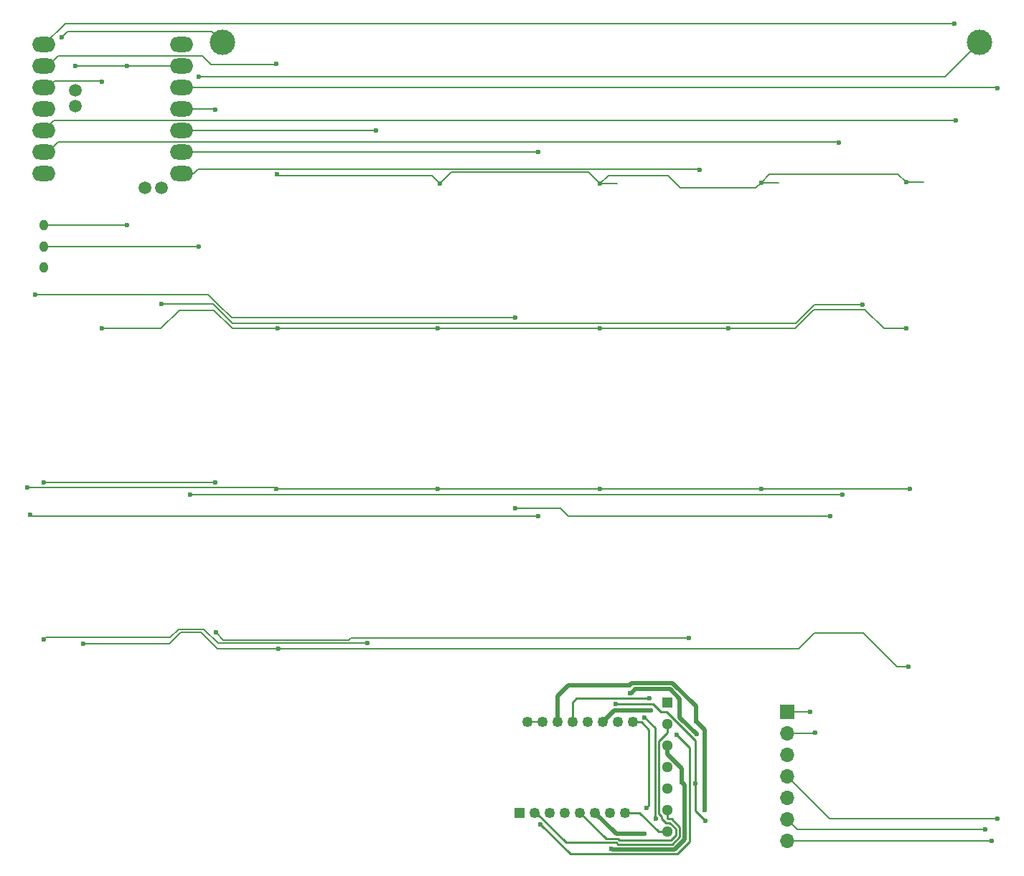
<source format=gbr>
%TF.GenerationSoftware,KiCad,Pcbnew,8.0.7*%
%TF.CreationDate,2025-02-28T21:37:25+09:00*%
%TF.ProjectId,cool642tb_R_with_tb,636f6f6c-3634-4327-9462-5f525f776974,rev?*%
%TF.SameCoordinates,Original*%
%TF.FileFunction,Copper,L1,Top*%
%TF.FilePolarity,Positive*%
%FSLAX46Y46*%
G04 Gerber Fmt 4.6, Leading zero omitted, Abs format (unit mm)*
G04 Created by KiCad (PCBNEW 8.0.7) date 2025-02-28 21:37:25*
%MOMM*%
%LPD*%
G01*
G04 APERTURE LIST*
G04 Aperture macros list*
%AMRoundRect*
0 Rectangle with rounded corners*
0 $1 Rounding radius*
0 $2 $3 $4 $5 $6 $7 $8 $9 X,Y pos of 4 corners*
0 Add a 4 corners polygon primitive as box body*
4,1,4,$2,$3,$4,$5,$6,$7,$8,$9,$2,$3,0*
0 Add four circle primitives for the rounded corners*
1,1,$1+$1,$2,$3*
1,1,$1+$1,$4,$5*
1,1,$1+$1,$6,$7*
1,1,$1+$1,$8,$9*
0 Add four rect primitives between the rounded corners*
20,1,$1+$1,$2,$3,$4,$5,0*
20,1,$1+$1,$4,$5,$6,$7,0*
20,1,$1+$1,$6,$7,$8,$9,0*
20,1,$1+$1,$8,$9,$2,$3,0*%
G04 Aperture macros list end*
%TA.AperFunction,ComponentPad*%
%ADD10O,1.000000X1.300000*%
%TD*%
%TA.AperFunction,ComponentPad*%
%ADD11O,2.750000X1.800000*%
%TD*%
%TA.AperFunction,ComponentPad*%
%ADD12C,1.500000*%
%TD*%
%TA.AperFunction,ComponentPad*%
%ADD13R,1.700000X1.700000*%
%TD*%
%TA.AperFunction,ComponentPad*%
%ADD14O,1.700000X1.700000*%
%TD*%
%TA.AperFunction,ComponentPad*%
%ADD15C,3.000000*%
%TD*%
%TA.AperFunction,ComponentPad*%
%ADD16RoundRect,0.187500X-0.437500X-0.437500X0.437500X-0.437500X0.437500X0.437500X-0.437500X0.437500X0*%
%TD*%
%TA.AperFunction,ComponentPad*%
%ADD17O,1.250000X1.250000*%
%TD*%
%TA.AperFunction,ComponentPad*%
%ADD18R,1.300000X1.300000*%
%TD*%
%TA.AperFunction,ComponentPad*%
%ADD19O,1.300000X1.300000*%
%TD*%
%TA.AperFunction,ViaPad*%
%ADD20C,0.600000*%
%TD*%
%TA.AperFunction,Conductor*%
%ADD21C,0.250000*%
%TD*%
%TA.AperFunction,Conductor*%
%ADD22C,0.200000*%
%TD*%
%TA.AperFunction,Conductor*%
%ADD23C,0.500000*%
%TD*%
G04 APERTURE END LIST*
D10*
%TO.P,SW21,1,A*%
%TO.N,unconnected-(SW21-A-Pad1)*%
X-27100000Y-1890000D03*
%TO.P,SW21,2,B*%
%TO.N,Net-(BT1--)*%
X-27100000Y610000D03*
%TO.P,SW21,3,C*%
%TO.N,GND*%
X-27100000Y3110000D03*
%TD*%
D11*
%TO.P,U1,1,P0.02_A0_D0*%
%TO.N,MOTION*%
X-27110000Y24450000D03*
%TO.P,U1,2,P0.03_A1_D1*%
%TO.N,Row0*%
X-27110000Y21910000D03*
%TO.P,U1,3,P0.28_A2_D2*%
%TO.N,Row1*%
X-27110000Y19370000D03*
%TO.P,U1,4,P0.29_A3_D3*%
%TO.N,Row2*%
X-27110000Y16830000D03*
%TO.P,U1,5,P0.04_A4_D4_SDA*%
%TO.N,SDIO*%
X-27110000Y14290000D03*
%TO.P,U1,6,P0.05_A5_D5_SCL*%
%TO.N,SCLK*%
X-27110000Y11750000D03*
%TO.P,U1,7,P1.11_D6_TX*%
%TO.N,Row3*%
X-27110000Y9210000D03*
%TO.P,U1,8,P1.12_D7_RX*%
%TO.N,Col3*%
X-10870000Y9210000D03*
%TO.P,U1,9,P1.13_D8_SCK*%
%TO.N,Col2*%
X-10870000Y11750000D03*
%TO.P,U1,10,P1.14_D9_MISO*%
%TO.N,Col1*%
X-10870000Y14290000D03*
%TO.P,U1,11,P1.15_D10_MOSI*%
%TO.N,Col0*%
X-10870000Y16830000D03*
%TO.P,U1,12,3V3*%
%TO.N,3.3V*%
X-10870000Y19370000D03*
%TO.P,U1,13,GND*%
%TO.N,GND*%
X-10870000Y21910000D03*
%TO.P,U1,14,5V*%
%TO.N,VCC*%
X-10870000Y24450000D03*
D12*
%TO.P,U1,15,NFC1_0.09*%
%TO.N,CS*%
X-15154600Y7518000D03*
%TO.P,U1,16,NFC2_0.10*%
%TO.N,Col4*%
X-13275000Y7518000D03*
%TO.P,U1,20,BATT+*%
%TO.N,Bat*%
X-23435000Y17147000D03*
%TO.P,U1,21,BATT-*%
%TO.N,GND*%
X-23435000Y19052000D03*
%TD*%
D13*
%TO.P,J1,1,SCLK*%
%TO.N,SCLK*%
X60590000Y-54350000D03*
D14*
%TO.P,J1,2,nCS*%
%TO.N,CS*%
X60590000Y-56890000D03*
%TO.P,J1,3,GND*%
%TO.N,GND*%
X60590000Y-59430000D03*
%TO.P,J1,4,Vin*%
%TO.N,3.3V*%
X60590000Y-61970000D03*
%TO.P,J1,5,nc*%
%TO.N,unconnected-(J1-nc-Pad5)*%
X60590000Y-64510000D03*
%TO.P,J1,6,SDIO*%
%TO.N,SDIO*%
X60590000Y-67050000D03*
%TO.P,J1,7,MOTION*%
%TO.N,MOTION*%
X60590000Y-69590000D03*
%TD*%
D15*
%TO.P,BT1,1,+*%
%TO.N,Bat*%
X-6020000Y24670000D03*
%TO.P,BT1,2,-*%
%TO.N,Net-(BT1--)*%
X83250000Y24710000D03*
%TD*%
D16*
%TO.P,U2,1,+VCSEL*%
%TO.N,N/C*%
X29022893Y-66274893D03*
D17*
%TO.P,U2,2,SDIO*%
%TO.N,SDIO*%
X30802893Y-66274893D03*
%TO.P,U2,3,SCLK*%
%TO.N,SCLK*%
X32582893Y-66274893D03*
%TO.P,U2,4,NC*%
%TO.N,N/C*%
X34362893Y-66274893D03*
%TO.P,U2,5,NCS*%
%TO.N,NCS*%
X36142893Y-66274893D03*
%TO.P,U2,6,VDDIO*%
%TO.N,VCC*%
X37922893Y-66274893D03*
%TO.P,U2,7,NRESET*%
%TO.N,N/C*%
X39702893Y-66274893D03*
%TO.P,U2,8,MOTION*%
%TO.N,MOTION*%
X41482893Y-66274893D03*
%TO.P,U2,9,VCP*%
%TO.N,N/C*%
X42372893Y-55574893D03*
%TO.P,U2,10,PASS_T*%
X40592893Y-55574893D03*
%TO.P,U2,11,GND*%
%TO.N,GND*%
X38812893Y-55574893D03*
%TO.P,U2,12,CP*%
%TO.N,N/C*%
X37032893Y-55574893D03*
%TO.P,U2,13,CN*%
X35252893Y-55574893D03*
%TO.P,U2,14,VDD*%
%TO.N,+1V9*%
X33472893Y-55574893D03*
%TO.P,U2,15,XYLASER*%
%TO.N,N/C*%
X31692893Y-55574893D03*
%TO.P,U2,16,-VCSEL*%
X29912893Y-55574893D03*
%TD*%
D18*
%TO.P,J1,1,Pin_1*%
%TO.N,SCLK*%
X46422893Y-53304893D03*
D19*
%TO.P,J1,2,Pin_2*%
%TO.N,NCS*%
X46422893Y-55844893D03*
%TO.P,J1,3,Pin_3*%
%TO.N,GND*%
X46422893Y-58384893D03*
%TO.P,J1,4,Pin_4*%
%TO.N,VCC*%
X46422893Y-60924893D03*
%TO.P,J1,5,Pin_5*%
%TO.N,N/C*%
X46422893Y-63464893D03*
%TO.P,J1,6,Pin_6*%
%TO.N,SDIO*%
X46422893Y-66004893D03*
%TO.P,J1,7,Pin_6*%
%TO.N,MOTION*%
X46422893Y-68544893D03*
%TD*%
D20*
%TO.N,*%
X50888493Y-67238293D03*
X44335193Y-52771393D03*
X45124493Y-66996593D03*
X43763493Y-55042493D03*
X49710193Y-62812593D03*
X43954093Y-65699993D03*
X40364793Y-53432093D03*
%TO.N,Bat*%
X-25040000Y25320000D03*
%TO.N,Row0*%
X38490000Y8000000D03*
X350000Y9090000D03*
X340000Y22200000D03*
X19600000Y8040000D03*
X57500000Y8140000D03*
X74630000Y8180000D03*
%TO.N,Row1*%
X-20310000Y20070000D03*
X-20270000Y-9070000D03*
X53670000Y-9040000D03*
X510000Y-9100000D03*
X38450000Y-9100000D03*
X19340000Y-9100000D03*
X74640000Y-9080000D03*
%TO.N,Row2*%
X340000Y-28070000D03*
X75040000Y-28070000D03*
X38470000Y-28070000D03*
X19360000Y-28070000D03*
X57530000Y-28070000D03*
X-29120000Y-27840000D03*
%TO.N,Row3*%
X560000Y-46930000D03*
X74900000Y-49060000D03*
X-22450000Y-46340000D03*
%TO.N,GND*%
X-23440000Y21890000D03*
X65680000Y-31230000D03*
X-17320000Y3110000D03*
X28480000Y-7840000D03*
X-28160000Y-5070000D03*
X44518793Y-54199793D03*
X48168993Y-62699193D03*
X28470000Y-30300000D03*
X-17310000Y21890000D03*
X39817593Y-70507993D03*
%TO.N,CS*%
X63910000Y-56860000D03*
X67120000Y-28720000D03*
X-9850000Y-28700000D03*
%TO.N,SCLK*%
X66690000Y12840000D03*
X47548293Y-57040893D03*
X31489893Y-67676193D03*
X63310000Y-54390000D03*
%TO.N,MOTION*%
X84690000Y-69590000D03*
X80300000Y26940000D03*
%TO.N,3.3V*%
X85370000Y-66960000D03*
X85350000Y19300000D03*
%TO.N,SDIO*%
X80500000Y15480000D03*
X83920000Y-68240000D03*
%TO.N,Col0*%
X-27130000Y-27240000D03*
X-6880000Y16760000D03*
X-6900000Y-27240000D03*
%TO.N,Col1*%
X12090000Y14290000D03*
X-27100000Y-45810000D03*
X11050000Y-46230000D03*
%TO.N,Col2*%
X-28700000Y-31100000D03*
X31210000Y11780000D03*
X31200000Y-31240000D03*
%TO.N,Col3*%
X-6850000Y-44940000D03*
X50220000Y9660000D03*
X49020000Y-45640000D03*
%TO.N,Col4*%
X-13270000Y-6160000D03*
X69430000Y-6240000D03*
%TO.N,VCC*%
X42049493Y-52138593D03*
X43762793Y-68759693D03*
X49928393Y-57027593D03*
X47919493Y-53353393D03*
%TO.N,Net-(BT1--)*%
X-8870000Y620000D03*
X-8850000Y20640000D03*
%TO.N,+1V9*%
X41922893Y-51243793D03*
X49787093Y-55480193D03*
X50807793Y-65989493D03*
%TD*%
D21*
%TO.N,*%
X35716393Y-52771393D02*
X44335193Y-52771393D01*
X49710293Y-66060093D02*
X49710293Y-62812593D01*
X44734593Y-53432093D02*
X40364793Y-53432093D01*
X45124493Y-66996593D02*
X44968093Y-66840193D01*
X35252893Y-53234893D02*
X35716393Y-52771393D01*
X35252893Y-55574893D02*
X35252893Y-53234893D01*
X44260293Y-65393793D02*
X43954093Y-65699993D01*
X44260293Y-56458393D02*
X44260293Y-65393793D01*
X45677093Y-54374593D02*
X44734593Y-53432093D01*
X44968093Y-56247093D02*
X43763493Y-55042493D01*
X49710193Y-62812593D02*
X49710193Y-57750893D01*
X42372893Y-55574893D02*
X43376793Y-55574893D01*
X46333893Y-54374593D02*
X45677093Y-54374593D01*
D22*
X29912893Y-55574893D02*
X31692893Y-55574893D01*
D21*
X43376793Y-55574893D02*
X44260293Y-56458393D01*
X49710193Y-57750893D02*
X46333893Y-54374593D01*
X49710293Y-62812593D02*
X49710193Y-62812593D01*
X44968093Y-66840193D02*
X44968093Y-56247093D01*
X50888493Y-67238293D02*
X49710293Y-66060093D01*
D22*
%TO.N,Bat*%
X-25040000Y25320000D02*
X-24350000Y26010000D01*
X-7360000Y26010000D02*
X-6020000Y24670000D01*
X-24350000Y26010000D02*
X-7360000Y26010000D01*
%TO.N,Row0*%
X20920000Y9360000D02*
X19600000Y8040000D01*
X73660000Y9138500D02*
X58498500Y9138500D01*
X-24690000Y23090000D02*
X-8390000Y23090000D01*
X48002093Y7520000D02*
X46523593Y8998500D01*
X74618500Y8180000D02*
X73660000Y9138500D01*
X-8390000Y23090000D02*
X-7390000Y22090000D01*
X-7390000Y22090000D02*
X230000Y22090000D01*
X74630000Y8180000D02*
X76665000Y8180000D01*
X39488500Y8998500D02*
X38490000Y8000000D01*
X37130000Y9360000D02*
X20920000Y9360000D01*
X57500000Y8140000D02*
X59535000Y8140000D01*
X38490000Y8000000D02*
X40525000Y8000000D01*
X56880000Y7520000D02*
X48002093Y7520000D01*
X440000Y9000000D02*
X350000Y9090000D01*
X18640000Y9000000D02*
X440000Y9000000D01*
X-26610000Y21910000D02*
X-26610000Y22400000D01*
X-25430000Y23090000D02*
X-24690000Y23090000D01*
X-26610000Y21910000D02*
X-25430000Y23090000D01*
X57500000Y8140000D02*
X56880000Y7520000D01*
X46523593Y8998500D02*
X39488500Y8998500D01*
X38490000Y8000000D02*
X37130000Y9360000D01*
X74630000Y8180000D02*
X74618500Y8180000D01*
X19600000Y8040000D02*
X18640000Y9000000D01*
X230000Y22090000D02*
X340000Y22200000D01*
X58498500Y9138500D02*
X57500000Y8140000D01*
%TO.N,Row1*%
X-13297679Y-9070000D02*
X-11150000Y-6922321D01*
X-26610000Y19370000D02*
X-25878000Y20102000D01*
X-25878000Y20102000D02*
X-20342000Y20102000D01*
X-7070000Y-6922321D02*
X-4892321Y-9100000D01*
X19340000Y-9100000D02*
X38450000Y-9100000D01*
X-4892321Y-9100000D02*
X510000Y-9100000D01*
X-26610000Y19370000D02*
X-26610000Y19860000D01*
X69760000Y-6862321D02*
X63710000Y-6862321D01*
X510000Y-9100000D02*
X19340000Y-9100000D01*
X-20270000Y-9070000D02*
X-13297679Y-9070000D01*
X61532321Y-9040000D02*
X63710000Y-6862321D01*
X71977679Y-9080000D02*
X69760000Y-6862321D01*
X-20342000Y20102000D02*
X-20310000Y20070000D01*
X-11150000Y-6922321D02*
X-7070000Y-6922321D01*
X74640000Y-9080000D02*
X71977679Y-9080000D01*
X53670000Y-9040000D02*
X61532321Y-9040000D01*
X-27120000Y19350000D02*
X-26388000Y20082000D01*
X53610000Y-9100000D02*
X53670000Y-9040000D01*
X-26610000Y19860000D02*
X-26388000Y20082000D01*
X38450000Y-9100000D02*
X53610000Y-9100000D01*
%TO.N,Row2*%
X38470000Y-28070000D02*
X57530000Y-28070000D01*
X-29120000Y-27840000D02*
X110000Y-27840000D01*
X19360000Y-28070000D02*
X38470000Y-28070000D01*
X57530000Y-28070000D02*
X75040000Y-28070000D01*
X110000Y-27840000D02*
X340000Y-28070000D01*
X340000Y-28070000D02*
X19360000Y-28070000D01*
%TO.N,Row3*%
X560000Y-46930000D02*
X-6644004Y-46930000D01*
X74900000Y-49060000D02*
X73577678Y-49060000D01*
X-8581683Y-44992321D02*
X-11002321Y-44992321D01*
X73577678Y-49060000D02*
X73468839Y-48951161D01*
X73468839Y-48951161D02*
X69580000Y-45062321D01*
X-11002321Y-44992321D02*
X-12350000Y-46340000D01*
X560000Y-46930000D02*
X61932321Y-46930000D01*
X-12350000Y-46340000D02*
X-22450000Y-46340000D01*
X63800000Y-45062321D02*
X69580000Y-45062321D01*
X61932321Y-46930000D02*
X63800000Y-45062321D01*
X-6644004Y-46930000D02*
X-8581683Y-44992321D01*
D23*
%TO.N,GND*%
X40187993Y-54199793D02*
X44518793Y-54199793D01*
D22*
X65680000Y-31230000D02*
X34770000Y-31230000D01*
D23*
X38812893Y-55574893D02*
X40187993Y-54199793D01*
D22*
X33840000Y-30300000D02*
X28470000Y-30300000D01*
X-17310000Y21890000D02*
X-23440000Y21890000D01*
X-6612157Y-6172157D02*
X-4944314Y-7840000D01*
D23*
X48168993Y-62699193D02*
X48488393Y-63018593D01*
X46422893Y-59346593D02*
X48168993Y-61092693D01*
D22*
X34770000Y-31230000D02*
X33840000Y-30300000D01*
X-27100000Y3110000D02*
X-17320000Y3110000D01*
X-4944314Y-7840000D02*
X28480000Y-7840000D01*
X-7714314Y-5070000D02*
X-28160000Y-5070000D01*
D23*
X47317693Y-70591093D02*
X39900693Y-70591093D01*
X48488393Y-69420393D02*
X47317693Y-70591093D01*
D22*
X-6612157Y-6172157D02*
X-7714314Y-5070000D01*
D23*
X48168993Y-61092693D02*
X48168993Y-62699193D01*
X46422893Y-58384893D02*
X46422893Y-59346593D01*
X39900693Y-70591093D02*
X39817593Y-70507993D01*
X48488393Y-63018593D02*
X48488393Y-69420393D01*
D22*
X-11880000Y21890000D02*
X-17310000Y21890000D01*
%TO.N,CS*%
X-9850000Y-28700000D02*
X65680000Y-28700000D01*
X63910000Y-56860000D02*
X63580000Y-56860000D01*
X67120000Y-28720000D02*
X65700000Y-28720000D01*
X65700000Y-28720000D02*
X65680000Y-28700000D01*
X63580000Y-56860000D02*
X63550000Y-56890000D01*
X63550000Y-56890000D02*
X60590000Y-56890000D01*
%TO.N,SCLK*%
X-26610000Y11750000D02*
X-25430000Y12930000D01*
D21*
X49074293Y-69687393D02*
X47593893Y-71167793D01*
X49074293Y-58566893D02*
X49074293Y-69687393D01*
D22*
X66600000Y12930000D02*
X66690000Y12840000D01*
X63270000Y-54350000D02*
X60590000Y-54350000D01*
D21*
X47593893Y-71167793D02*
X34981493Y-71167793D01*
D22*
X-24930000Y12930000D02*
X66600000Y12930000D01*
X63310000Y-54390000D02*
X63270000Y-54350000D01*
D21*
X47548293Y-57040893D02*
X49074293Y-58566893D01*
D22*
X-25430000Y12930000D02*
X-24930000Y12930000D01*
D21*
X34981493Y-71167793D02*
X31489893Y-67676193D01*
D22*
%TO.N,MOTION*%
X84690000Y-69590000D02*
X60590000Y-69590000D01*
X-27120000Y24430000D02*
X-24610000Y26940000D01*
D21*
X46422893Y-68544893D02*
X45446193Y-68544893D01*
X43176193Y-66274893D02*
X45446193Y-68544893D01*
D22*
X-24610000Y26940000D02*
X80300000Y26940000D01*
D21*
X41482893Y-66274893D02*
X43176193Y-66274893D01*
D22*
%TO.N,3.3V*%
X85370000Y-66960000D02*
X65580000Y-66960000D01*
X-11350000Y19350000D02*
X-9540000Y19350000D01*
X-9540000Y19350000D02*
X85300000Y19350000D01*
X85300000Y19350000D02*
X85350000Y19300000D01*
X65580000Y-66960000D02*
X60590000Y-61970000D01*
X-11370000Y19370000D02*
X-11350000Y19350000D01*
%TO.N,SDIO*%
X61780000Y-68240000D02*
X60590000Y-67050000D01*
D21*
X34505593Y-69792293D02*
X30988193Y-66274893D01*
X40603693Y-70005593D02*
X40390393Y-69792293D01*
X46911193Y-66981593D02*
X47904593Y-67974993D01*
X46422893Y-66981593D02*
X46911193Y-66981593D01*
D22*
X-26610000Y14780000D02*
X-26255000Y15135000D01*
D21*
X47904593Y-69129893D02*
X47028893Y-70005593D01*
D22*
X-26610000Y14290000D02*
X-26610000Y14780000D01*
D21*
X47028893Y-70005593D02*
X40603693Y-70005593D01*
D22*
X-25920000Y15470000D02*
X80490000Y15470000D01*
D21*
X40390393Y-69792293D02*
X34505593Y-69792293D01*
X30988193Y-66274893D02*
X30802893Y-66274893D01*
D22*
X83920000Y-68240000D02*
X61780000Y-68240000D01*
D21*
X46422893Y-66004893D02*
X46422893Y-66981593D01*
X47904593Y-67974993D02*
X47904593Y-69129893D01*
D22*
X80490000Y15470000D02*
X80500000Y15480000D01*
X-26255000Y15135000D02*
X-25920000Y15470000D01*
%TO.N,Col0*%
X-6950000Y16830000D02*
X-6880000Y16760000D01*
X-27130000Y-27240000D02*
X-6900000Y-27240000D01*
X-6930000Y16810000D02*
X-6880000Y16760000D01*
X-11370000Y16830000D02*
X-6950000Y16830000D01*
%TO.N,Col1*%
X-8237679Y-44592321D02*
X-11202321Y-44592321D01*
X-9500000Y14270000D02*
X12070000Y14270000D01*
X-11202321Y-44592321D02*
X-12210000Y-45600000D01*
X-12210000Y-45600000D02*
X-26890000Y-45600000D01*
X12070000Y14270000D02*
X12090000Y14290000D01*
X11020000Y-46260000D02*
X-6570000Y-46260000D01*
X-26890000Y-45600000D02*
X-27100000Y-45810000D01*
X11050000Y-46230000D02*
X11020000Y-46260000D01*
X-9520000Y14290000D02*
X-9500000Y14270000D01*
X-11370000Y14290000D02*
X-9520000Y14290000D01*
X-6570000Y-46260000D02*
X-8237679Y-44592321D01*
%TO.N,Col2*%
X-28560000Y-31240000D02*
X-28700000Y-31100000D01*
X-11370000Y11750000D02*
X-9490000Y11750000D01*
X31200000Y-31240000D02*
X-28560000Y-31240000D01*
X31160000Y11730000D02*
X31210000Y11780000D01*
X-9470000Y11730000D02*
X31160000Y11730000D01*
X-9490000Y11750000D02*
X-9470000Y11730000D01*
%TO.N,Col3*%
X-11560000Y9510000D02*
X-11310000Y9760000D01*
X11990000Y-45640000D02*
X49020000Y-45640000D01*
X50120000Y9760000D02*
X50220000Y9660000D01*
X-8920000Y9760000D02*
X50120000Y9760000D01*
X9070000Y-45630000D02*
X11980000Y-45630000D01*
X8840000Y-45860000D02*
X9070000Y-45630000D01*
X-11370000Y9210000D02*
X-9470000Y9210000D01*
X-6850000Y-44940000D02*
X-5930000Y-45860000D01*
X11980000Y-45630000D02*
X11990000Y-45640000D01*
X-11880000Y9190000D02*
X-11560000Y9510000D01*
X-9470000Y9210000D02*
X-8920000Y9760000D01*
X-5930000Y-45860000D02*
X8840000Y-45860000D01*
%TO.N,Col4*%
X63766635Y-6240000D02*
X69430000Y-6240000D01*
X-4850000Y-8500000D02*
X-4790000Y-8440000D01*
X-7190000Y-6160000D02*
X-4850000Y-8500000D01*
X-4790000Y-8440000D02*
X61566635Y-8440000D01*
X-13270000Y-6160000D02*
X-7190000Y-6160000D01*
X61566635Y-8440000D02*
X63766635Y-6240000D01*
D23*
%TO.N,VCC*%
X43762793Y-68759593D02*
X43762793Y-68759693D01*
X42232993Y-52138593D02*
X42049493Y-52138593D01*
X37922893Y-66274893D02*
X40407593Y-68759593D01*
X47919493Y-55018693D02*
X47919493Y-53353393D01*
X47919493Y-53353393D02*
X47919493Y-52813293D01*
X40407593Y-68759593D02*
X43762793Y-68759593D01*
X46803593Y-51697393D02*
X42674193Y-51697393D01*
X49928393Y-57027593D02*
X47919493Y-55018693D01*
X42674193Y-51697393D02*
X42232993Y-52138593D01*
X47919493Y-52813293D02*
X46803593Y-51697393D01*
D22*
%TO.N,Net-(BT1--)*%
X83250000Y24710000D02*
X79180000Y20640000D01*
X-27100000Y610000D02*
X-8880000Y610000D01*
X-8880000Y610000D02*
X-8870000Y620000D01*
X79180000Y20640000D02*
X-8850000Y20640000D01*
D23*
%TO.N,+1V9*%
X47060393Y-50961793D02*
X42204893Y-50961793D01*
X49787093Y-53688493D02*
X47060393Y-50961793D01*
X50807793Y-56500893D02*
X49787093Y-55480193D01*
X49787093Y-55480193D02*
X49787093Y-53688493D01*
X50807793Y-65989493D02*
X50807793Y-56500893D01*
X33472893Y-55574893D02*
X33472893Y-52544893D01*
X42204893Y-50961793D02*
X41922893Y-51243793D01*
X34773993Y-51243793D02*
X41922893Y-51243793D01*
X33472893Y-52544893D02*
X34773993Y-51243793D01*
D21*
%TO.N,NCS*%
X46234293Y-67454893D02*
X45751193Y-66971793D01*
X47451393Y-68907693D02*
X47451393Y-68175593D01*
X45419793Y-66405593D02*
X45419793Y-57824693D01*
X45419793Y-57824693D02*
X46422893Y-56821593D01*
X40614393Y-69340593D02*
X40797293Y-69523493D01*
X45751193Y-66736993D02*
X45419793Y-66405593D01*
X46835593Y-69523493D02*
X47451393Y-68907693D01*
X40797293Y-69523493D02*
X46835593Y-69523493D01*
X46422893Y-55844893D02*
X46422893Y-56821593D01*
X36142893Y-66274893D02*
X39208593Y-69340593D01*
X45751193Y-66971793D02*
X45751193Y-66736993D01*
X46730693Y-67454893D02*
X46234293Y-67454893D01*
X39208593Y-69340593D02*
X40614393Y-69340593D01*
X47451393Y-68175593D02*
X46730693Y-67454893D01*
%TD*%
M02*

</source>
